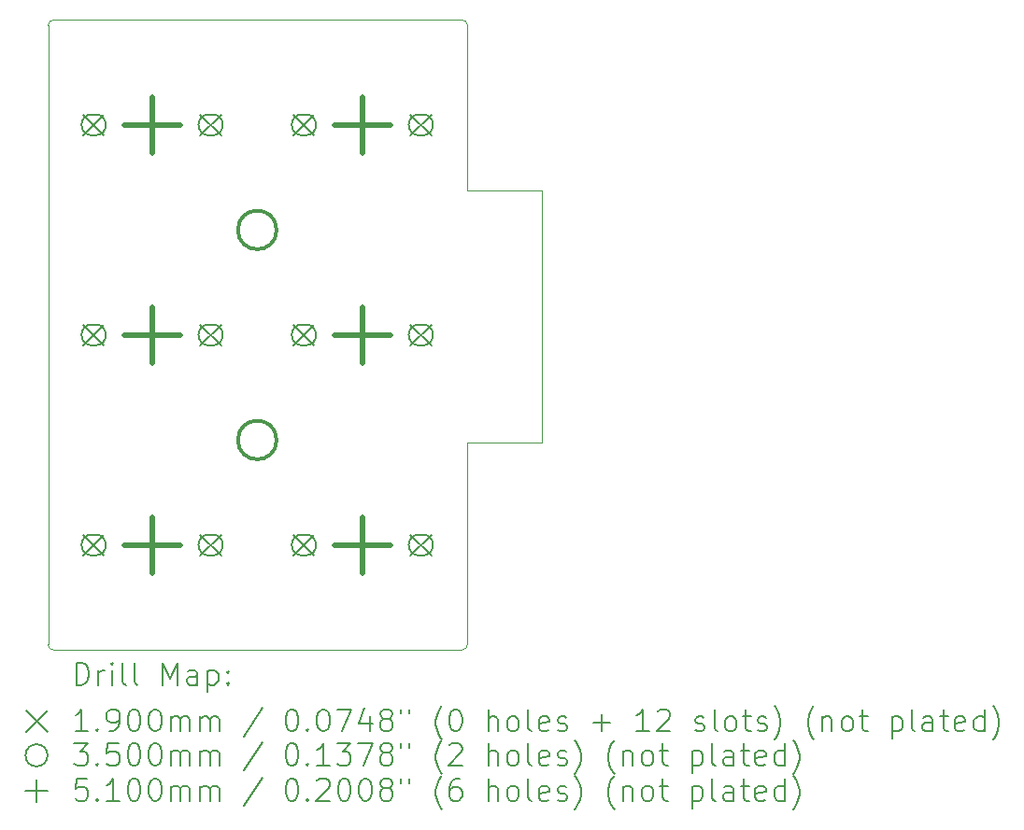
<source format=gbr>
%TF.GenerationSoftware,KiCad,Pcbnew,7.0.5*%
%TF.CreationDate,2023-08-20T01:58:47+08:00*%
%TF.ProjectId,LM,4c4d2e6b-6963-4616-945f-706362585858,rev?*%
%TF.SameCoordinates,Original*%
%TF.FileFunction,Drillmap*%
%TF.FilePolarity,Positive*%
%FSLAX45Y45*%
G04 Gerber Fmt 4.5, Leading zero omitted, Abs format (unit mm)*
G04 Created by KiCad (PCBNEW 7.0.5) date 2023-08-20 01:58:47*
%MOMM*%
%LPD*%
G01*
G04 APERTURE LIST*
%ADD10C,0.100000*%
%ADD11C,0.200000*%
%ADD12C,0.190000*%
%ADD13C,0.350000*%
%ADD14C,0.510000*%
G04 APERTURE END LIST*
D10*
X7957000Y-7487000D02*
X7284500Y-7487000D01*
X7284500Y-3706500D02*
G75*
G03*
X7234500Y-3656500I-50000J0D01*
G01*
X3484500Y-9321500D02*
X3484500Y-3706500D01*
X7234500Y-3656500D02*
X3534500Y-3656500D01*
X7957000Y-5201000D02*
X7957000Y-7487000D01*
X3484500Y-9321500D02*
G75*
G03*
X3534500Y-9371500I50000J0D01*
G01*
X7234500Y-9371500D02*
X3534500Y-9371500D01*
X7234500Y-9371500D02*
G75*
G03*
X7284500Y-9321500I0J50000D01*
G01*
X7284500Y-7487000D02*
X7284500Y-9321500D01*
X7284500Y-5201000D02*
X7284500Y-3706500D01*
X7957000Y-5201000D02*
X7284500Y-5201000D01*
X3534500Y-3656500D02*
G75*
G03*
X3484500Y-3706500I0J-50000D01*
G01*
D11*
D12*
X3802000Y-4514000D02*
X3992000Y-4704000D01*
X3992000Y-4514000D02*
X3802000Y-4704000D01*
D11*
X3882000Y-4704000D02*
X3912000Y-4704000D01*
X3912000Y-4704000D02*
G75*
G03*
X3912000Y-4514000I0J95000D01*
G01*
X3912000Y-4514000D02*
X3882000Y-4514000D01*
X3882000Y-4514000D02*
G75*
G03*
X3882000Y-4704000I0J-95000D01*
G01*
D12*
X3802000Y-6419000D02*
X3992000Y-6609000D01*
X3992000Y-6419000D02*
X3802000Y-6609000D01*
D11*
X3882000Y-6609000D02*
X3912000Y-6609000D01*
X3912000Y-6609000D02*
G75*
G03*
X3912000Y-6419000I0J95000D01*
G01*
X3912000Y-6419000D02*
X3882000Y-6419000D01*
X3882000Y-6419000D02*
G75*
G03*
X3882000Y-6609000I0J-95000D01*
G01*
D12*
X3802000Y-8324000D02*
X3992000Y-8514000D01*
X3992000Y-8324000D02*
X3802000Y-8514000D01*
D11*
X3882000Y-8514000D02*
X3912000Y-8514000D01*
X3912000Y-8514000D02*
G75*
G03*
X3912000Y-8324000I0J95000D01*
G01*
X3912000Y-8324000D02*
X3882000Y-8324000D01*
X3882000Y-8324000D02*
G75*
G03*
X3882000Y-8514000I0J-95000D01*
G01*
D12*
X4862000Y-4514000D02*
X5052000Y-4704000D01*
X5052000Y-4514000D02*
X4862000Y-4704000D01*
D11*
X4942000Y-4704000D02*
X4972000Y-4704000D01*
X4972000Y-4704000D02*
G75*
G03*
X4972000Y-4514000I0J95000D01*
G01*
X4972000Y-4514000D02*
X4942000Y-4514000D01*
X4942000Y-4514000D02*
G75*
G03*
X4942000Y-4704000I0J-95000D01*
G01*
D12*
X4862000Y-6419000D02*
X5052000Y-6609000D01*
X5052000Y-6419000D02*
X4862000Y-6609000D01*
D11*
X4942000Y-6609000D02*
X4972000Y-6609000D01*
X4972000Y-6609000D02*
G75*
G03*
X4972000Y-6419000I0J95000D01*
G01*
X4972000Y-6419000D02*
X4942000Y-6419000D01*
X4942000Y-6419000D02*
G75*
G03*
X4942000Y-6609000I0J-95000D01*
G01*
D12*
X4862000Y-8324000D02*
X5052000Y-8514000D01*
X5052000Y-8324000D02*
X4862000Y-8514000D01*
D11*
X4942000Y-8514000D02*
X4972000Y-8514000D01*
X4972000Y-8514000D02*
G75*
G03*
X4972000Y-8324000I0J95000D01*
G01*
X4972000Y-8324000D02*
X4942000Y-8324000D01*
X4942000Y-8324000D02*
G75*
G03*
X4942000Y-8514000I0J-95000D01*
G01*
D12*
X5707000Y-4514000D02*
X5897000Y-4704000D01*
X5897000Y-4514000D02*
X5707000Y-4704000D01*
D11*
X5787000Y-4704000D02*
X5817000Y-4704000D01*
X5817000Y-4704000D02*
G75*
G03*
X5817000Y-4514000I0J95000D01*
G01*
X5817000Y-4514000D02*
X5787000Y-4514000D01*
X5787000Y-4514000D02*
G75*
G03*
X5787000Y-4704000I0J-95000D01*
G01*
D12*
X5707000Y-6419000D02*
X5897000Y-6609000D01*
X5897000Y-6419000D02*
X5707000Y-6609000D01*
D11*
X5787000Y-6609000D02*
X5817000Y-6609000D01*
X5817000Y-6609000D02*
G75*
G03*
X5817000Y-6419000I0J95000D01*
G01*
X5817000Y-6419000D02*
X5787000Y-6419000D01*
X5787000Y-6419000D02*
G75*
G03*
X5787000Y-6609000I0J-95000D01*
G01*
D12*
X5707000Y-8324000D02*
X5897000Y-8514000D01*
X5897000Y-8324000D02*
X5707000Y-8514000D01*
D11*
X5787000Y-8514000D02*
X5817000Y-8514000D01*
X5817000Y-8514000D02*
G75*
G03*
X5817000Y-8324000I0J95000D01*
G01*
X5817000Y-8324000D02*
X5787000Y-8324000D01*
X5787000Y-8324000D02*
G75*
G03*
X5787000Y-8514000I0J-95000D01*
G01*
D12*
X6767000Y-4514000D02*
X6957000Y-4704000D01*
X6957000Y-4514000D02*
X6767000Y-4704000D01*
D11*
X6847000Y-4704000D02*
X6877000Y-4704000D01*
X6877000Y-4704000D02*
G75*
G03*
X6877000Y-4514000I0J95000D01*
G01*
X6877000Y-4514000D02*
X6847000Y-4514000D01*
X6847000Y-4514000D02*
G75*
G03*
X6847000Y-4704000I0J-95000D01*
G01*
D12*
X6767000Y-6419000D02*
X6957000Y-6609000D01*
X6957000Y-6419000D02*
X6767000Y-6609000D01*
D11*
X6847000Y-6609000D02*
X6877000Y-6609000D01*
X6877000Y-6609000D02*
G75*
G03*
X6877000Y-6419000I0J95000D01*
G01*
X6877000Y-6419000D02*
X6847000Y-6419000D01*
X6847000Y-6419000D02*
G75*
G03*
X6847000Y-6609000I0J-95000D01*
G01*
D12*
X6767000Y-8324000D02*
X6957000Y-8514000D01*
X6957000Y-8324000D02*
X6767000Y-8514000D01*
D11*
X6847000Y-8514000D02*
X6877000Y-8514000D01*
X6877000Y-8514000D02*
G75*
G03*
X6877000Y-8324000I0J95000D01*
G01*
X6877000Y-8324000D02*
X6847000Y-8324000D01*
X6847000Y-8324000D02*
G75*
G03*
X6847000Y-8514000I0J-95000D01*
G01*
D13*
X5554500Y-5561500D02*
G75*
G03*
X5554500Y-5561500I-175000J0D01*
G01*
X5554500Y-7466500D02*
G75*
G03*
X5554500Y-7466500I-175000J0D01*
G01*
D14*
X4427000Y-4354000D02*
X4427000Y-4864000D01*
X4172000Y-4609000D02*
X4682000Y-4609000D01*
X4427000Y-6259000D02*
X4427000Y-6769000D01*
X4172000Y-6514000D02*
X4682000Y-6514000D01*
X4427000Y-8164000D02*
X4427000Y-8674000D01*
X4172000Y-8419000D02*
X4682000Y-8419000D01*
X6332000Y-4354000D02*
X6332000Y-4864000D01*
X6077000Y-4609000D02*
X6587000Y-4609000D01*
X6332000Y-6259000D02*
X6332000Y-6769000D01*
X6077000Y-6514000D02*
X6587000Y-6514000D01*
X6332000Y-8164000D02*
X6332000Y-8674000D01*
X6077000Y-8419000D02*
X6587000Y-8419000D01*
D11*
X3740277Y-9687984D02*
X3740277Y-9487984D01*
X3740277Y-9487984D02*
X3787896Y-9487984D01*
X3787896Y-9487984D02*
X3816467Y-9497508D01*
X3816467Y-9497508D02*
X3835515Y-9516555D01*
X3835515Y-9516555D02*
X3845039Y-9535603D01*
X3845039Y-9535603D02*
X3854562Y-9573698D01*
X3854562Y-9573698D02*
X3854562Y-9602270D01*
X3854562Y-9602270D02*
X3845039Y-9640365D01*
X3845039Y-9640365D02*
X3835515Y-9659412D01*
X3835515Y-9659412D02*
X3816467Y-9678460D01*
X3816467Y-9678460D02*
X3787896Y-9687984D01*
X3787896Y-9687984D02*
X3740277Y-9687984D01*
X3940277Y-9687984D02*
X3940277Y-9554650D01*
X3940277Y-9592746D02*
X3949801Y-9573698D01*
X3949801Y-9573698D02*
X3959324Y-9564174D01*
X3959324Y-9564174D02*
X3978372Y-9554650D01*
X3978372Y-9554650D02*
X3997420Y-9554650D01*
X4064086Y-9687984D02*
X4064086Y-9554650D01*
X4064086Y-9487984D02*
X4054562Y-9497508D01*
X4054562Y-9497508D02*
X4064086Y-9507031D01*
X4064086Y-9507031D02*
X4073610Y-9497508D01*
X4073610Y-9497508D02*
X4064086Y-9487984D01*
X4064086Y-9487984D02*
X4064086Y-9507031D01*
X4187896Y-9687984D02*
X4168848Y-9678460D01*
X4168848Y-9678460D02*
X4159324Y-9659412D01*
X4159324Y-9659412D02*
X4159324Y-9487984D01*
X4292658Y-9687984D02*
X4273610Y-9678460D01*
X4273610Y-9678460D02*
X4264086Y-9659412D01*
X4264086Y-9659412D02*
X4264086Y-9487984D01*
X4521229Y-9687984D02*
X4521229Y-9487984D01*
X4521229Y-9487984D02*
X4587896Y-9630841D01*
X4587896Y-9630841D02*
X4654563Y-9487984D01*
X4654563Y-9487984D02*
X4654563Y-9687984D01*
X4835515Y-9687984D02*
X4835515Y-9583222D01*
X4835515Y-9583222D02*
X4825991Y-9564174D01*
X4825991Y-9564174D02*
X4806944Y-9554650D01*
X4806944Y-9554650D02*
X4768848Y-9554650D01*
X4768848Y-9554650D02*
X4749801Y-9564174D01*
X4835515Y-9678460D02*
X4816467Y-9687984D01*
X4816467Y-9687984D02*
X4768848Y-9687984D01*
X4768848Y-9687984D02*
X4749801Y-9678460D01*
X4749801Y-9678460D02*
X4740277Y-9659412D01*
X4740277Y-9659412D02*
X4740277Y-9640365D01*
X4740277Y-9640365D02*
X4749801Y-9621317D01*
X4749801Y-9621317D02*
X4768848Y-9611793D01*
X4768848Y-9611793D02*
X4816467Y-9611793D01*
X4816467Y-9611793D02*
X4835515Y-9602270D01*
X4930753Y-9554650D02*
X4930753Y-9754650D01*
X4930753Y-9564174D02*
X4949801Y-9554650D01*
X4949801Y-9554650D02*
X4987896Y-9554650D01*
X4987896Y-9554650D02*
X5006944Y-9564174D01*
X5006944Y-9564174D02*
X5016467Y-9573698D01*
X5016467Y-9573698D02*
X5025991Y-9592746D01*
X5025991Y-9592746D02*
X5025991Y-9649889D01*
X5025991Y-9649889D02*
X5016467Y-9668936D01*
X5016467Y-9668936D02*
X5006944Y-9678460D01*
X5006944Y-9678460D02*
X4987896Y-9687984D01*
X4987896Y-9687984D02*
X4949801Y-9687984D01*
X4949801Y-9687984D02*
X4930753Y-9678460D01*
X5111705Y-9668936D02*
X5121229Y-9678460D01*
X5121229Y-9678460D02*
X5111705Y-9687984D01*
X5111705Y-9687984D02*
X5102182Y-9678460D01*
X5102182Y-9678460D02*
X5111705Y-9668936D01*
X5111705Y-9668936D02*
X5111705Y-9687984D01*
X5111705Y-9564174D02*
X5121229Y-9573698D01*
X5121229Y-9573698D02*
X5111705Y-9583222D01*
X5111705Y-9583222D02*
X5102182Y-9573698D01*
X5102182Y-9573698D02*
X5111705Y-9564174D01*
X5111705Y-9564174D02*
X5111705Y-9583222D01*
D12*
X3289500Y-9921500D02*
X3479500Y-10111500D01*
X3479500Y-9921500D02*
X3289500Y-10111500D01*
D11*
X3845039Y-10107984D02*
X3730753Y-10107984D01*
X3787896Y-10107984D02*
X3787896Y-9907984D01*
X3787896Y-9907984D02*
X3768848Y-9936555D01*
X3768848Y-9936555D02*
X3749801Y-9955603D01*
X3749801Y-9955603D02*
X3730753Y-9965127D01*
X3930753Y-10088936D02*
X3940277Y-10098460D01*
X3940277Y-10098460D02*
X3930753Y-10107984D01*
X3930753Y-10107984D02*
X3921229Y-10098460D01*
X3921229Y-10098460D02*
X3930753Y-10088936D01*
X3930753Y-10088936D02*
X3930753Y-10107984D01*
X4035515Y-10107984D02*
X4073610Y-10107984D01*
X4073610Y-10107984D02*
X4092658Y-10098460D01*
X4092658Y-10098460D02*
X4102182Y-10088936D01*
X4102182Y-10088936D02*
X4121229Y-10060365D01*
X4121229Y-10060365D02*
X4130753Y-10022270D01*
X4130753Y-10022270D02*
X4130753Y-9946079D01*
X4130753Y-9946079D02*
X4121229Y-9927031D01*
X4121229Y-9927031D02*
X4111705Y-9917508D01*
X4111705Y-9917508D02*
X4092658Y-9907984D01*
X4092658Y-9907984D02*
X4054562Y-9907984D01*
X4054562Y-9907984D02*
X4035515Y-9917508D01*
X4035515Y-9917508D02*
X4025991Y-9927031D01*
X4025991Y-9927031D02*
X4016467Y-9946079D01*
X4016467Y-9946079D02*
X4016467Y-9993698D01*
X4016467Y-9993698D02*
X4025991Y-10012746D01*
X4025991Y-10012746D02*
X4035515Y-10022270D01*
X4035515Y-10022270D02*
X4054562Y-10031793D01*
X4054562Y-10031793D02*
X4092658Y-10031793D01*
X4092658Y-10031793D02*
X4111705Y-10022270D01*
X4111705Y-10022270D02*
X4121229Y-10012746D01*
X4121229Y-10012746D02*
X4130753Y-9993698D01*
X4254563Y-9907984D02*
X4273610Y-9907984D01*
X4273610Y-9907984D02*
X4292658Y-9917508D01*
X4292658Y-9917508D02*
X4302182Y-9927031D01*
X4302182Y-9927031D02*
X4311705Y-9946079D01*
X4311705Y-9946079D02*
X4321229Y-9984174D01*
X4321229Y-9984174D02*
X4321229Y-10031793D01*
X4321229Y-10031793D02*
X4311705Y-10069889D01*
X4311705Y-10069889D02*
X4302182Y-10088936D01*
X4302182Y-10088936D02*
X4292658Y-10098460D01*
X4292658Y-10098460D02*
X4273610Y-10107984D01*
X4273610Y-10107984D02*
X4254563Y-10107984D01*
X4254563Y-10107984D02*
X4235515Y-10098460D01*
X4235515Y-10098460D02*
X4225991Y-10088936D01*
X4225991Y-10088936D02*
X4216467Y-10069889D01*
X4216467Y-10069889D02*
X4206944Y-10031793D01*
X4206944Y-10031793D02*
X4206944Y-9984174D01*
X4206944Y-9984174D02*
X4216467Y-9946079D01*
X4216467Y-9946079D02*
X4225991Y-9927031D01*
X4225991Y-9927031D02*
X4235515Y-9917508D01*
X4235515Y-9917508D02*
X4254563Y-9907984D01*
X4445039Y-9907984D02*
X4464086Y-9907984D01*
X4464086Y-9907984D02*
X4483134Y-9917508D01*
X4483134Y-9917508D02*
X4492658Y-9927031D01*
X4492658Y-9927031D02*
X4502182Y-9946079D01*
X4502182Y-9946079D02*
X4511705Y-9984174D01*
X4511705Y-9984174D02*
X4511705Y-10031793D01*
X4511705Y-10031793D02*
X4502182Y-10069889D01*
X4502182Y-10069889D02*
X4492658Y-10088936D01*
X4492658Y-10088936D02*
X4483134Y-10098460D01*
X4483134Y-10098460D02*
X4464086Y-10107984D01*
X4464086Y-10107984D02*
X4445039Y-10107984D01*
X4445039Y-10107984D02*
X4425991Y-10098460D01*
X4425991Y-10098460D02*
X4416467Y-10088936D01*
X4416467Y-10088936D02*
X4406944Y-10069889D01*
X4406944Y-10069889D02*
X4397420Y-10031793D01*
X4397420Y-10031793D02*
X4397420Y-9984174D01*
X4397420Y-9984174D02*
X4406944Y-9946079D01*
X4406944Y-9946079D02*
X4416467Y-9927031D01*
X4416467Y-9927031D02*
X4425991Y-9917508D01*
X4425991Y-9917508D02*
X4445039Y-9907984D01*
X4597420Y-10107984D02*
X4597420Y-9974650D01*
X4597420Y-9993698D02*
X4606944Y-9984174D01*
X4606944Y-9984174D02*
X4625991Y-9974650D01*
X4625991Y-9974650D02*
X4654563Y-9974650D01*
X4654563Y-9974650D02*
X4673610Y-9984174D01*
X4673610Y-9984174D02*
X4683134Y-10003222D01*
X4683134Y-10003222D02*
X4683134Y-10107984D01*
X4683134Y-10003222D02*
X4692658Y-9984174D01*
X4692658Y-9984174D02*
X4711705Y-9974650D01*
X4711705Y-9974650D02*
X4740277Y-9974650D01*
X4740277Y-9974650D02*
X4759325Y-9984174D01*
X4759325Y-9984174D02*
X4768848Y-10003222D01*
X4768848Y-10003222D02*
X4768848Y-10107984D01*
X4864086Y-10107984D02*
X4864086Y-9974650D01*
X4864086Y-9993698D02*
X4873610Y-9984174D01*
X4873610Y-9984174D02*
X4892658Y-9974650D01*
X4892658Y-9974650D02*
X4921229Y-9974650D01*
X4921229Y-9974650D02*
X4940277Y-9984174D01*
X4940277Y-9984174D02*
X4949801Y-10003222D01*
X4949801Y-10003222D02*
X4949801Y-10107984D01*
X4949801Y-10003222D02*
X4959325Y-9984174D01*
X4959325Y-9984174D02*
X4978372Y-9974650D01*
X4978372Y-9974650D02*
X5006944Y-9974650D01*
X5006944Y-9974650D02*
X5025991Y-9984174D01*
X5025991Y-9984174D02*
X5035515Y-10003222D01*
X5035515Y-10003222D02*
X5035515Y-10107984D01*
X5425991Y-9898460D02*
X5254563Y-10155603D01*
X5683134Y-9907984D02*
X5702182Y-9907984D01*
X5702182Y-9907984D02*
X5721229Y-9917508D01*
X5721229Y-9917508D02*
X5730753Y-9927031D01*
X5730753Y-9927031D02*
X5740277Y-9946079D01*
X5740277Y-9946079D02*
X5749801Y-9984174D01*
X5749801Y-9984174D02*
X5749801Y-10031793D01*
X5749801Y-10031793D02*
X5740277Y-10069889D01*
X5740277Y-10069889D02*
X5730753Y-10088936D01*
X5730753Y-10088936D02*
X5721229Y-10098460D01*
X5721229Y-10098460D02*
X5702182Y-10107984D01*
X5702182Y-10107984D02*
X5683134Y-10107984D01*
X5683134Y-10107984D02*
X5664086Y-10098460D01*
X5664086Y-10098460D02*
X5654563Y-10088936D01*
X5654563Y-10088936D02*
X5645039Y-10069889D01*
X5645039Y-10069889D02*
X5635515Y-10031793D01*
X5635515Y-10031793D02*
X5635515Y-9984174D01*
X5635515Y-9984174D02*
X5645039Y-9946079D01*
X5645039Y-9946079D02*
X5654563Y-9927031D01*
X5654563Y-9927031D02*
X5664086Y-9917508D01*
X5664086Y-9917508D02*
X5683134Y-9907984D01*
X5835515Y-10088936D02*
X5845039Y-10098460D01*
X5845039Y-10098460D02*
X5835515Y-10107984D01*
X5835515Y-10107984D02*
X5825991Y-10098460D01*
X5825991Y-10098460D02*
X5835515Y-10088936D01*
X5835515Y-10088936D02*
X5835515Y-10107984D01*
X5968848Y-9907984D02*
X5987896Y-9907984D01*
X5987896Y-9907984D02*
X6006944Y-9917508D01*
X6006944Y-9917508D02*
X6016467Y-9927031D01*
X6016467Y-9927031D02*
X6025991Y-9946079D01*
X6025991Y-9946079D02*
X6035515Y-9984174D01*
X6035515Y-9984174D02*
X6035515Y-10031793D01*
X6035515Y-10031793D02*
X6025991Y-10069889D01*
X6025991Y-10069889D02*
X6016467Y-10088936D01*
X6016467Y-10088936D02*
X6006944Y-10098460D01*
X6006944Y-10098460D02*
X5987896Y-10107984D01*
X5987896Y-10107984D02*
X5968848Y-10107984D01*
X5968848Y-10107984D02*
X5949801Y-10098460D01*
X5949801Y-10098460D02*
X5940277Y-10088936D01*
X5940277Y-10088936D02*
X5930753Y-10069889D01*
X5930753Y-10069889D02*
X5921229Y-10031793D01*
X5921229Y-10031793D02*
X5921229Y-9984174D01*
X5921229Y-9984174D02*
X5930753Y-9946079D01*
X5930753Y-9946079D02*
X5940277Y-9927031D01*
X5940277Y-9927031D02*
X5949801Y-9917508D01*
X5949801Y-9917508D02*
X5968848Y-9907984D01*
X6102182Y-9907984D02*
X6235515Y-9907984D01*
X6235515Y-9907984D02*
X6149801Y-10107984D01*
X6397420Y-9974650D02*
X6397420Y-10107984D01*
X6349801Y-9898460D02*
X6302182Y-10041317D01*
X6302182Y-10041317D02*
X6425991Y-10041317D01*
X6530753Y-9993698D02*
X6511706Y-9984174D01*
X6511706Y-9984174D02*
X6502182Y-9974650D01*
X6502182Y-9974650D02*
X6492658Y-9955603D01*
X6492658Y-9955603D02*
X6492658Y-9946079D01*
X6492658Y-9946079D02*
X6502182Y-9927031D01*
X6502182Y-9927031D02*
X6511706Y-9917508D01*
X6511706Y-9917508D02*
X6530753Y-9907984D01*
X6530753Y-9907984D02*
X6568848Y-9907984D01*
X6568848Y-9907984D02*
X6587896Y-9917508D01*
X6587896Y-9917508D02*
X6597420Y-9927031D01*
X6597420Y-9927031D02*
X6606944Y-9946079D01*
X6606944Y-9946079D02*
X6606944Y-9955603D01*
X6606944Y-9955603D02*
X6597420Y-9974650D01*
X6597420Y-9974650D02*
X6587896Y-9984174D01*
X6587896Y-9984174D02*
X6568848Y-9993698D01*
X6568848Y-9993698D02*
X6530753Y-9993698D01*
X6530753Y-9993698D02*
X6511706Y-10003222D01*
X6511706Y-10003222D02*
X6502182Y-10012746D01*
X6502182Y-10012746D02*
X6492658Y-10031793D01*
X6492658Y-10031793D02*
X6492658Y-10069889D01*
X6492658Y-10069889D02*
X6502182Y-10088936D01*
X6502182Y-10088936D02*
X6511706Y-10098460D01*
X6511706Y-10098460D02*
X6530753Y-10107984D01*
X6530753Y-10107984D02*
X6568848Y-10107984D01*
X6568848Y-10107984D02*
X6587896Y-10098460D01*
X6587896Y-10098460D02*
X6597420Y-10088936D01*
X6597420Y-10088936D02*
X6606944Y-10069889D01*
X6606944Y-10069889D02*
X6606944Y-10031793D01*
X6606944Y-10031793D02*
X6597420Y-10012746D01*
X6597420Y-10012746D02*
X6587896Y-10003222D01*
X6587896Y-10003222D02*
X6568848Y-9993698D01*
X6683134Y-9907984D02*
X6683134Y-9946079D01*
X6759325Y-9907984D02*
X6759325Y-9946079D01*
X7054563Y-10184174D02*
X7045039Y-10174650D01*
X7045039Y-10174650D02*
X7025991Y-10146079D01*
X7025991Y-10146079D02*
X7016468Y-10127031D01*
X7016468Y-10127031D02*
X7006944Y-10098460D01*
X7006944Y-10098460D02*
X6997420Y-10050841D01*
X6997420Y-10050841D02*
X6997420Y-10012746D01*
X6997420Y-10012746D02*
X7006944Y-9965127D01*
X7006944Y-9965127D02*
X7016468Y-9936555D01*
X7016468Y-9936555D02*
X7025991Y-9917508D01*
X7025991Y-9917508D02*
X7045039Y-9888936D01*
X7045039Y-9888936D02*
X7054563Y-9879412D01*
X7168848Y-9907984D02*
X7187896Y-9907984D01*
X7187896Y-9907984D02*
X7206944Y-9917508D01*
X7206944Y-9917508D02*
X7216468Y-9927031D01*
X7216468Y-9927031D02*
X7225991Y-9946079D01*
X7225991Y-9946079D02*
X7235515Y-9984174D01*
X7235515Y-9984174D02*
X7235515Y-10031793D01*
X7235515Y-10031793D02*
X7225991Y-10069889D01*
X7225991Y-10069889D02*
X7216468Y-10088936D01*
X7216468Y-10088936D02*
X7206944Y-10098460D01*
X7206944Y-10098460D02*
X7187896Y-10107984D01*
X7187896Y-10107984D02*
X7168848Y-10107984D01*
X7168848Y-10107984D02*
X7149801Y-10098460D01*
X7149801Y-10098460D02*
X7140277Y-10088936D01*
X7140277Y-10088936D02*
X7130753Y-10069889D01*
X7130753Y-10069889D02*
X7121229Y-10031793D01*
X7121229Y-10031793D02*
X7121229Y-9984174D01*
X7121229Y-9984174D02*
X7130753Y-9946079D01*
X7130753Y-9946079D02*
X7140277Y-9927031D01*
X7140277Y-9927031D02*
X7149801Y-9917508D01*
X7149801Y-9917508D02*
X7168848Y-9907984D01*
X7473610Y-10107984D02*
X7473610Y-9907984D01*
X7559325Y-10107984D02*
X7559325Y-10003222D01*
X7559325Y-10003222D02*
X7549801Y-9984174D01*
X7549801Y-9984174D02*
X7530753Y-9974650D01*
X7530753Y-9974650D02*
X7502182Y-9974650D01*
X7502182Y-9974650D02*
X7483134Y-9984174D01*
X7483134Y-9984174D02*
X7473610Y-9993698D01*
X7683134Y-10107984D02*
X7664087Y-10098460D01*
X7664087Y-10098460D02*
X7654563Y-10088936D01*
X7654563Y-10088936D02*
X7645039Y-10069889D01*
X7645039Y-10069889D02*
X7645039Y-10012746D01*
X7645039Y-10012746D02*
X7654563Y-9993698D01*
X7654563Y-9993698D02*
X7664087Y-9984174D01*
X7664087Y-9984174D02*
X7683134Y-9974650D01*
X7683134Y-9974650D02*
X7711706Y-9974650D01*
X7711706Y-9974650D02*
X7730753Y-9984174D01*
X7730753Y-9984174D02*
X7740277Y-9993698D01*
X7740277Y-9993698D02*
X7749801Y-10012746D01*
X7749801Y-10012746D02*
X7749801Y-10069889D01*
X7749801Y-10069889D02*
X7740277Y-10088936D01*
X7740277Y-10088936D02*
X7730753Y-10098460D01*
X7730753Y-10098460D02*
X7711706Y-10107984D01*
X7711706Y-10107984D02*
X7683134Y-10107984D01*
X7864087Y-10107984D02*
X7845039Y-10098460D01*
X7845039Y-10098460D02*
X7835515Y-10079412D01*
X7835515Y-10079412D02*
X7835515Y-9907984D01*
X8016468Y-10098460D02*
X7997420Y-10107984D01*
X7997420Y-10107984D02*
X7959325Y-10107984D01*
X7959325Y-10107984D02*
X7940277Y-10098460D01*
X7940277Y-10098460D02*
X7930753Y-10079412D01*
X7930753Y-10079412D02*
X7930753Y-10003222D01*
X7930753Y-10003222D02*
X7940277Y-9984174D01*
X7940277Y-9984174D02*
X7959325Y-9974650D01*
X7959325Y-9974650D02*
X7997420Y-9974650D01*
X7997420Y-9974650D02*
X8016468Y-9984174D01*
X8016468Y-9984174D02*
X8025991Y-10003222D01*
X8025991Y-10003222D02*
X8025991Y-10022270D01*
X8025991Y-10022270D02*
X7930753Y-10041317D01*
X8102182Y-10098460D02*
X8121230Y-10107984D01*
X8121230Y-10107984D02*
X8159325Y-10107984D01*
X8159325Y-10107984D02*
X8178372Y-10098460D01*
X8178372Y-10098460D02*
X8187896Y-10079412D01*
X8187896Y-10079412D02*
X8187896Y-10069889D01*
X8187896Y-10069889D02*
X8178372Y-10050841D01*
X8178372Y-10050841D02*
X8159325Y-10041317D01*
X8159325Y-10041317D02*
X8130753Y-10041317D01*
X8130753Y-10041317D02*
X8111706Y-10031793D01*
X8111706Y-10031793D02*
X8102182Y-10012746D01*
X8102182Y-10012746D02*
X8102182Y-10003222D01*
X8102182Y-10003222D02*
X8111706Y-9984174D01*
X8111706Y-9984174D02*
X8130753Y-9974650D01*
X8130753Y-9974650D02*
X8159325Y-9974650D01*
X8159325Y-9974650D02*
X8178372Y-9984174D01*
X8425992Y-10031793D02*
X8578373Y-10031793D01*
X8502182Y-10107984D02*
X8502182Y-9955603D01*
X8930754Y-10107984D02*
X8816468Y-10107984D01*
X8873611Y-10107984D02*
X8873611Y-9907984D01*
X8873611Y-9907984D02*
X8854563Y-9936555D01*
X8854563Y-9936555D02*
X8835515Y-9955603D01*
X8835515Y-9955603D02*
X8816468Y-9965127D01*
X9006944Y-9927031D02*
X9016468Y-9917508D01*
X9016468Y-9917508D02*
X9035515Y-9907984D01*
X9035515Y-9907984D02*
X9083135Y-9907984D01*
X9083135Y-9907984D02*
X9102182Y-9917508D01*
X9102182Y-9917508D02*
X9111706Y-9927031D01*
X9111706Y-9927031D02*
X9121230Y-9946079D01*
X9121230Y-9946079D02*
X9121230Y-9965127D01*
X9121230Y-9965127D02*
X9111706Y-9993698D01*
X9111706Y-9993698D02*
X8997420Y-10107984D01*
X8997420Y-10107984D02*
X9121230Y-10107984D01*
X9349801Y-10098460D02*
X9368849Y-10107984D01*
X9368849Y-10107984D02*
X9406944Y-10107984D01*
X9406944Y-10107984D02*
X9425992Y-10098460D01*
X9425992Y-10098460D02*
X9435516Y-10079412D01*
X9435516Y-10079412D02*
X9435516Y-10069889D01*
X9435516Y-10069889D02*
X9425992Y-10050841D01*
X9425992Y-10050841D02*
X9406944Y-10041317D01*
X9406944Y-10041317D02*
X9378373Y-10041317D01*
X9378373Y-10041317D02*
X9359325Y-10031793D01*
X9359325Y-10031793D02*
X9349801Y-10012746D01*
X9349801Y-10012746D02*
X9349801Y-10003222D01*
X9349801Y-10003222D02*
X9359325Y-9984174D01*
X9359325Y-9984174D02*
X9378373Y-9974650D01*
X9378373Y-9974650D02*
X9406944Y-9974650D01*
X9406944Y-9974650D02*
X9425992Y-9984174D01*
X9549801Y-10107984D02*
X9530754Y-10098460D01*
X9530754Y-10098460D02*
X9521230Y-10079412D01*
X9521230Y-10079412D02*
X9521230Y-9907984D01*
X9654563Y-10107984D02*
X9635516Y-10098460D01*
X9635516Y-10098460D02*
X9625992Y-10088936D01*
X9625992Y-10088936D02*
X9616468Y-10069889D01*
X9616468Y-10069889D02*
X9616468Y-10012746D01*
X9616468Y-10012746D02*
X9625992Y-9993698D01*
X9625992Y-9993698D02*
X9635516Y-9984174D01*
X9635516Y-9984174D02*
X9654563Y-9974650D01*
X9654563Y-9974650D02*
X9683135Y-9974650D01*
X9683135Y-9974650D02*
X9702182Y-9984174D01*
X9702182Y-9984174D02*
X9711706Y-9993698D01*
X9711706Y-9993698D02*
X9721230Y-10012746D01*
X9721230Y-10012746D02*
X9721230Y-10069889D01*
X9721230Y-10069889D02*
X9711706Y-10088936D01*
X9711706Y-10088936D02*
X9702182Y-10098460D01*
X9702182Y-10098460D02*
X9683135Y-10107984D01*
X9683135Y-10107984D02*
X9654563Y-10107984D01*
X9778373Y-9974650D02*
X9854563Y-9974650D01*
X9806944Y-9907984D02*
X9806944Y-10079412D01*
X9806944Y-10079412D02*
X9816468Y-10098460D01*
X9816468Y-10098460D02*
X9835516Y-10107984D01*
X9835516Y-10107984D02*
X9854563Y-10107984D01*
X9911706Y-10098460D02*
X9930754Y-10107984D01*
X9930754Y-10107984D02*
X9968849Y-10107984D01*
X9968849Y-10107984D02*
X9987897Y-10098460D01*
X9987897Y-10098460D02*
X9997420Y-10079412D01*
X9997420Y-10079412D02*
X9997420Y-10069889D01*
X9997420Y-10069889D02*
X9987897Y-10050841D01*
X9987897Y-10050841D02*
X9968849Y-10041317D01*
X9968849Y-10041317D02*
X9940277Y-10041317D01*
X9940277Y-10041317D02*
X9921230Y-10031793D01*
X9921230Y-10031793D02*
X9911706Y-10012746D01*
X9911706Y-10012746D02*
X9911706Y-10003222D01*
X9911706Y-10003222D02*
X9921230Y-9984174D01*
X9921230Y-9984174D02*
X9940277Y-9974650D01*
X9940277Y-9974650D02*
X9968849Y-9974650D01*
X9968849Y-9974650D02*
X9987897Y-9984174D01*
X10064087Y-10184174D02*
X10073611Y-10174650D01*
X10073611Y-10174650D02*
X10092658Y-10146079D01*
X10092658Y-10146079D02*
X10102182Y-10127031D01*
X10102182Y-10127031D02*
X10111706Y-10098460D01*
X10111706Y-10098460D02*
X10121230Y-10050841D01*
X10121230Y-10050841D02*
X10121230Y-10012746D01*
X10121230Y-10012746D02*
X10111706Y-9965127D01*
X10111706Y-9965127D02*
X10102182Y-9936555D01*
X10102182Y-9936555D02*
X10092658Y-9917508D01*
X10092658Y-9917508D02*
X10073611Y-9888936D01*
X10073611Y-9888936D02*
X10064087Y-9879412D01*
X10425992Y-10184174D02*
X10416468Y-10174650D01*
X10416468Y-10174650D02*
X10397420Y-10146079D01*
X10397420Y-10146079D02*
X10387897Y-10127031D01*
X10387897Y-10127031D02*
X10378373Y-10098460D01*
X10378373Y-10098460D02*
X10368849Y-10050841D01*
X10368849Y-10050841D02*
X10368849Y-10012746D01*
X10368849Y-10012746D02*
X10378373Y-9965127D01*
X10378373Y-9965127D02*
X10387897Y-9936555D01*
X10387897Y-9936555D02*
X10397420Y-9917508D01*
X10397420Y-9917508D02*
X10416468Y-9888936D01*
X10416468Y-9888936D02*
X10425992Y-9879412D01*
X10502182Y-9974650D02*
X10502182Y-10107984D01*
X10502182Y-9993698D02*
X10511706Y-9984174D01*
X10511706Y-9984174D02*
X10530754Y-9974650D01*
X10530754Y-9974650D02*
X10559325Y-9974650D01*
X10559325Y-9974650D02*
X10578373Y-9984174D01*
X10578373Y-9984174D02*
X10587897Y-10003222D01*
X10587897Y-10003222D02*
X10587897Y-10107984D01*
X10711706Y-10107984D02*
X10692658Y-10098460D01*
X10692658Y-10098460D02*
X10683135Y-10088936D01*
X10683135Y-10088936D02*
X10673611Y-10069889D01*
X10673611Y-10069889D02*
X10673611Y-10012746D01*
X10673611Y-10012746D02*
X10683135Y-9993698D01*
X10683135Y-9993698D02*
X10692658Y-9984174D01*
X10692658Y-9984174D02*
X10711706Y-9974650D01*
X10711706Y-9974650D02*
X10740278Y-9974650D01*
X10740278Y-9974650D02*
X10759325Y-9984174D01*
X10759325Y-9984174D02*
X10768849Y-9993698D01*
X10768849Y-9993698D02*
X10778373Y-10012746D01*
X10778373Y-10012746D02*
X10778373Y-10069889D01*
X10778373Y-10069889D02*
X10768849Y-10088936D01*
X10768849Y-10088936D02*
X10759325Y-10098460D01*
X10759325Y-10098460D02*
X10740278Y-10107984D01*
X10740278Y-10107984D02*
X10711706Y-10107984D01*
X10835516Y-9974650D02*
X10911706Y-9974650D01*
X10864087Y-9907984D02*
X10864087Y-10079412D01*
X10864087Y-10079412D02*
X10873611Y-10098460D01*
X10873611Y-10098460D02*
X10892658Y-10107984D01*
X10892658Y-10107984D02*
X10911706Y-10107984D01*
X11130754Y-9974650D02*
X11130754Y-10174650D01*
X11130754Y-9984174D02*
X11149801Y-9974650D01*
X11149801Y-9974650D02*
X11187897Y-9974650D01*
X11187897Y-9974650D02*
X11206944Y-9984174D01*
X11206944Y-9984174D02*
X11216468Y-9993698D01*
X11216468Y-9993698D02*
X11225992Y-10012746D01*
X11225992Y-10012746D02*
X11225992Y-10069889D01*
X11225992Y-10069889D02*
X11216468Y-10088936D01*
X11216468Y-10088936D02*
X11206944Y-10098460D01*
X11206944Y-10098460D02*
X11187897Y-10107984D01*
X11187897Y-10107984D02*
X11149801Y-10107984D01*
X11149801Y-10107984D02*
X11130754Y-10098460D01*
X11340277Y-10107984D02*
X11321230Y-10098460D01*
X11321230Y-10098460D02*
X11311706Y-10079412D01*
X11311706Y-10079412D02*
X11311706Y-9907984D01*
X11502182Y-10107984D02*
X11502182Y-10003222D01*
X11502182Y-10003222D02*
X11492658Y-9984174D01*
X11492658Y-9984174D02*
X11473611Y-9974650D01*
X11473611Y-9974650D02*
X11435516Y-9974650D01*
X11435516Y-9974650D02*
X11416468Y-9984174D01*
X11502182Y-10098460D02*
X11483135Y-10107984D01*
X11483135Y-10107984D02*
X11435516Y-10107984D01*
X11435516Y-10107984D02*
X11416468Y-10098460D01*
X11416468Y-10098460D02*
X11406944Y-10079412D01*
X11406944Y-10079412D02*
X11406944Y-10060365D01*
X11406944Y-10060365D02*
X11416468Y-10041317D01*
X11416468Y-10041317D02*
X11435516Y-10031793D01*
X11435516Y-10031793D02*
X11483135Y-10031793D01*
X11483135Y-10031793D02*
X11502182Y-10022270D01*
X11568849Y-9974650D02*
X11645039Y-9974650D01*
X11597420Y-9907984D02*
X11597420Y-10079412D01*
X11597420Y-10079412D02*
X11606944Y-10098460D01*
X11606944Y-10098460D02*
X11625992Y-10107984D01*
X11625992Y-10107984D02*
X11645039Y-10107984D01*
X11787897Y-10098460D02*
X11768849Y-10107984D01*
X11768849Y-10107984D02*
X11730754Y-10107984D01*
X11730754Y-10107984D02*
X11711706Y-10098460D01*
X11711706Y-10098460D02*
X11702182Y-10079412D01*
X11702182Y-10079412D02*
X11702182Y-10003222D01*
X11702182Y-10003222D02*
X11711706Y-9984174D01*
X11711706Y-9984174D02*
X11730754Y-9974650D01*
X11730754Y-9974650D02*
X11768849Y-9974650D01*
X11768849Y-9974650D02*
X11787897Y-9984174D01*
X11787897Y-9984174D02*
X11797420Y-10003222D01*
X11797420Y-10003222D02*
X11797420Y-10022270D01*
X11797420Y-10022270D02*
X11702182Y-10041317D01*
X11968849Y-10107984D02*
X11968849Y-9907984D01*
X11968849Y-10098460D02*
X11949801Y-10107984D01*
X11949801Y-10107984D02*
X11911706Y-10107984D01*
X11911706Y-10107984D02*
X11892658Y-10098460D01*
X11892658Y-10098460D02*
X11883135Y-10088936D01*
X11883135Y-10088936D02*
X11873611Y-10069889D01*
X11873611Y-10069889D02*
X11873611Y-10012746D01*
X11873611Y-10012746D02*
X11883135Y-9993698D01*
X11883135Y-9993698D02*
X11892658Y-9984174D01*
X11892658Y-9984174D02*
X11911706Y-9974650D01*
X11911706Y-9974650D02*
X11949801Y-9974650D01*
X11949801Y-9974650D02*
X11968849Y-9984174D01*
X12045039Y-10184174D02*
X12054563Y-10174650D01*
X12054563Y-10174650D02*
X12073611Y-10146079D01*
X12073611Y-10146079D02*
X12083135Y-10127031D01*
X12083135Y-10127031D02*
X12092658Y-10098460D01*
X12092658Y-10098460D02*
X12102182Y-10050841D01*
X12102182Y-10050841D02*
X12102182Y-10012746D01*
X12102182Y-10012746D02*
X12092658Y-9965127D01*
X12092658Y-9965127D02*
X12083135Y-9936555D01*
X12083135Y-9936555D02*
X12073611Y-9917508D01*
X12073611Y-9917508D02*
X12054563Y-9888936D01*
X12054563Y-9888936D02*
X12045039Y-9879412D01*
X3479500Y-10326500D02*
G75*
G03*
X3479500Y-10326500I-100000J0D01*
G01*
X3721229Y-10217984D02*
X3845039Y-10217984D01*
X3845039Y-10217984D02*
X3778372Y-10294174D01*
X3778372Y-10294174D02*
X3806943Y-10294174D01*
X3806943Y-10294174D02*
X3825991Y-10303698D01*
X3825991Y-10303698D02*
X3835515Y-10313222D01*
X3835515Y-10313222D02*
X3845039Y-10332270D01*
X3845039Y-10332270D02*
X3845039Y-10379889D01*
X3845039Y-10379889D02*
X3835515Y-10398936D01*
X3835515Y-10398936D02*
X3825991Y-10408460D01*
X3825991Y-10408460D02*
X3806943Y-10417984D01*
X3806943Y-10417984D02*
X3749801Y-10417984D01*
X3749801Y-10417984D02*
X3730753Y-10408460D01*
X3730753Y-10408460D02*
X3721229Y-10398936D01*
X3930753Y-10398936D02*
X3940277Y-10408460D01*
X3940277Y-10408460D02*
X3930753Y-10417984D01*
X3930753Y-10417984D02*
X3921229Y-10408460D01*
X3921229Y-10408460D02*
X3930753Y-10398936D01*
X3930753Y-10398936D02*
X3930753Y-10417984D01*
X4121229Y-10217984D02*
X4025991Y-10217984D01*
X4025991Y-10217984D02*
X4016467Y-10313222D01*
X4016467Y-10313222D02*
X4025991Y-10303698D01*
X4025991Y-10303698D02*
X4045039Y-10294174D01*
X4045039Y-10294174D02*
X4092658Y-10294174D01*
X4092658Y-10294174D02*
X4111705Y-10303698D01*
X4111705Y-10303698D02*
X4121229Y-10313222D01*
X4121229Y-10313222D02*
X4130753Y-10332270D01*
X4130753Y-10332270D02*
X4130753Y-10379889D01*
X4130753Y-10379889D02*
X4121229Y-10398936D01*
X4121229Y-10398936D02*
X4111705Y-10408460D01*
X4111705Y-10408460D02*
X4092658Y-10417984D01*
X4092658Y-10417984D02*
X4045039Y-10417984D01*
X4045039Y-10417984D02*
X4025991Y-10408460D01*
X4025991Y-10408460D02*
X4016467Y-10398936D01*
X4254563Y-10217984D02*
X4273610Y-10217984D01*
X4273610Y-10217984D02*
X4292658Y-10227508D01*
X4292658Y-10227508D02*
X4302182Y-10237031D01*
X4302182Y-10237031D02*
X4311705Y-10256079D01*
X4311705Y-10256079D02*
X4321229Y-10294174D01*
X4321229Y-10294174D02*
X4321229Y-10341793D01*
X4321229Y-10341793D02*
X4311705Y-10379889D01*
X4311705Y-10379889D02*
X4302182Y-10398936D01*
X4302182Y-10398936D02*
X4292658Y-10408460D01*
X4292658Y-10408460D02*
X4273610Y-10417984D01*
X4273610Y-10417984D02*
X4254563Y-10417984D01*
X4254563Y-10417984D02*
X4235515Y-10408460D01*
X4235515Y-10408460D02*
X4225991Y-10398936D01*
X4225991Y-10398936D02*
X4216467Y-10379889D01*
X4216467Y-10379889D02*
X4206944Y-10341793D01*
X4206944Y-10341793D02*
X4206944Y-10294174D01*
X4206944Y-10294174D02*
X4216467Y-10256079D01*
X4216467Y-10256079D02*
X4225991Y-10237031D01*
X4225991Y-10237031D02*
X4235515Y-10227508D01*
X4235515Y-10227508D02*
X4254563Y-10217984D01*
X4445039Y-10217984D02*
X4464086Y-10217984D01*
X4464086Y-10217984D02*
X4483134Y-10227508D01*
X4483134Y-10227508D02*
X4492658Y-10237031D01*
X4492658Y-10237031D02*
X4502182Y-10256079D01*
X4502182Y-10256079D02*
X4511705Y-10294174D01*
X4511705Y-10294174D02*
X4511705Y-10341793D01*
X4511705Y-10341793D02*
X4502182Y-10379889D01*
X4502182Y-10379889D02*
X4492658Y-10398936D01*
X4492658Y-10398936D02*
X4483134Y-10408460D01*
X4483134Y-10408460D02*
X4464086Y-10417984D01*
X4464086Y-10417984D02*
X4445039Y-10417984D01*
X4445039Y-10417984D02*
X4425991Y-10408460D01*
X4425991Y-10408460D02*
X4416467Y-10398936D01*
X4416467Y-10398936D02*
X4406944Y-10379889D01*
X4406944Y-10379889D02*
X4397420Y-10341793D01*
X4397420Y-10341793D02*
X4397420Y-10294174D01*
X4397420Y-10294174D02*
X4406944Y-10256079D01*
X4406944Y-10256079D02*
X4416467Y-10237031D01*
X4416467Y-10237031D02*
X4425991Y-10227508D01*
X4425991Y-10227508D02*
X4445039Y-10217984D01*
X4597420Y-10417984D02*
X4597420Y-10284650D01*
X4597420Y-10303698D02*
X4606944Y-10294174D01*
X4606944Y-10294174D02*
X4625991Y-10284650D01*
X4625991Y-10284650D02*
X4654563Y-10284650D01*
X4654563Y-10284650D02*
X4673610Y-10294174D01*
X4673610Y-10294174D02*
X4683134Y-10313222D01*
X4683134Y-10313222D02*
X4683134Y-10417984D01*
X4683134Y-10313222D02*
X4692658Y-10294174D01*
X4692658Y-10294174D02*
X4711705Y-10284650D01*
X4711705Y-10284650D02*
X4740277Y-10284650D01*
X4740277Y-10284650D02*
X4759325Y-10294174D01*
X4759325Y-10294174D02*
X4768848Y-10313222D01*
X4768848Y-10313222D02*
X4768848Y-10417984D01*
X4864086Y-10417984D02*
X4864086Y-10284650D01*
X4864086Y-10303698D02*
X4873610Y-10294174D01*
X4873610Y-10294174D02*
X4892658Y-10284650D01*
X4892658Y-10284650D02*
X4921229Y-10284650D01*
X4921229Y-10284650D02*
X4940277Y-10294174D01*
X4940277Y-10294174D02*
X4949801Y-10313222D01*
X4949801Y-10313222D02*
X4949801Y-10417984D01*
X4949801Y-10313222D02*
X4959325Y-10294174D01*
X4959325Y-10294174D02*
X4978372Y-10284650D01*
X4978372Y-10284650D02*
X5006944Y-10284650D01*
X5006944Y-10284650D02*
X5025991Y-10294174D01*
X5025991Y-10294174D02*
X5035515Y-10313222D01*
X5035515Y-10313222D02*
X5035515Y-10417984D01*
X5425991Y-10208460D02*
X5254563Y-10465603D01*
X5683134Y-10217984D02*
X5702182Y-10217984D01*
X5702182Y-10217984D02*
X5721229Y-10227508D01*
X5721229Y-10227508D02*
X5730753Y-10237031D01*
X5730753Y-10237031D02*
X5740277Y-10256079D01*
X5740277Y-10256079D02*
X5749801Y-10294174D01*
X5749801Y-10294174D02*
X5749801Y-10341793D01*
X5749801Y-10341793D02*
X5740277Y-10379889D01*
X5740277Y-10379889D02*
X5730753Y-10398936D01*
X5730753Y-10398936D02*
X5721229Y-10408460D01*
X5721229Y-10408460D02*
X5702182Y-10417984D01*
X5702182Y-10417984D02*
X5683134Y-10417984D01*
X5683134Y-10417984D02*
X5664086Y-10408460D01*
X5664086Y-10408460D02*
X5654563Y-10398936D01*
X5654563Y-10398936D02*
X5645039Y-10379889D01*
X5645039Y-10379889D02*
X5635515Y-10341793D01*
X5635515Y-10341793D02*
X5635515Y-10294174D01*
X5635515Y-10294174D02*
X5645039Y-10256079D01*
X5645039Y-10256079D02*
X5654563Y-10237031D01*
X5654563Y-10237031D02*
X5664086Y-10227508D01*
X5664086Y-10227508D02*
X5683134Y-10217984D01*
X5835515Y-10398936D02*
X5845039Y-10408460D01*
X5845039Y-10408460D02*
X5835515Y-10417984D01*
X5835515Y-10417984D02*
X5825991Y-10408460D01*
X5825991Y-10408460D02*
X5835515Y-10398936D01*
X5835515Y-10398936D02*
X5835515Y-10417984D01*
X6035515Y-10417984D02*
X5921229Y-10417984D01*
X5978372Y-10417984D02*
X5978372Y-10217984D01*
X5978372Y-10217984D02*
X5959325Y-10246555D01*
X5959325Y-10246555D02*
X5940277Y-10265603D01*
X5940277Y-10265603D02*
X5921229Y-10275127D01*
X6102182Y-10217984D02*
X6225991Y-10217984D01*
X6225991Y-10217984D02*
X6159325Y-10294174D01*
X6159325Y-10294174D02*
X6187896Y-10294174D01*
X6187896Y-10294174D02*
X6206944Y-10303698D01*
X6206944Y-10303698D02*
X6216467Y-10313222D01*
X6216467Y-10313222D02*
X6225991Y-10332270D01*
X6225991Y-10332270D02*
X6225991Y-10379889D01*
X6225991Y-10379889D02*
X6216467Y-10398936D01*
X6216467Y-10398936D02*
X6206944Y-10408460D01*
X6206944Y-10408460D02*
X6187896Y-10417984D01*
X6187896Y-10417984D02*
X6130753Y-10417984D01*
X6130753Y-10417984D02*
X6111706Y-10408460D01*
X6111706Y-10408460D02*
X6102182Y-10398936D01*
X6292658Y-10217984D02*
X6425991Y-10217984D01*
X6425991Y-10217984D02*
X6340277Y-10417984D01*
X6530753Y-10303698D02*
X6511706Y-10294174D01*
X6511706Y-10294174D02*
X6502182Y-10284650D01*
X6502182Y-10284650D02*
X6492658Y-10265603D01*
X6492658Y-10265603D02*
X6492658Y-10256079D01*
X6492658Y-10256079D02*
X6502182Y-10237031D01*
X6502182Y-10237031D02*
X6511706Y-10227508D01*
X6511706Y-10227508D02*
X6530753Y-10217984D01*
X6530753Y-10217984D02*
X6568848Y-10217984D01*
X6568848Y-10217984D02*
X6587896Y-10227508D01*
X6587896Y-10227508D02*
X6597420Y-10237031D01*
X6597420Y-10237031D02*
X6606944Y-10256079D01*
X6606944Y-10256079D02*
X6606944Y-10265603D01*
X6606944Y-10265603D02*
X6597420Y-10284650D01*
X6597420Y-10284650D02*
X6587896Y-10294174D01*
X6587896Y-10294174D02*
X6568848Y-10303698D01*
X6568848Y-10303698D02*
X6530753Y-10303698D01*
X6530753Y-10303698D02*
X6511706Y-10313222D01*
X6511706Y-10313222D02*
X6502182Y-10322746D01*
X6502182Y-10322746D02*
X6492658Y-10341793D01*
X6492658Y-10341793D02*
X6492658Y-10379889D01*
X6492658Y-10379889D02*
X6502182Y-10398936D01*
X6502182Y-10398936D02*
X6511706Y-10408460D01*
X6511706Y-10408460D02*
X6530753Y-10417984D01*
X6530753Y-10417984D02*
X6568848Y-10417984D01*
X6568848Y-10417984D02*
X6587896Y-10408460D01*
X6587896Y-10408460D02*
X6597420Y-10398936D01*
X6597420Y-10398936D02*
X6606944Y-10379889D01*
X6606944Y-10379889D02*
X6606944Y-10341793D01*
X6606944Y-10341793D02*
X6597420Y-10322746D01*
X6597420Y-10322746D02*
X6587896Y-10313222D01*
X6587896Y-10313222D02*
X6568848Y-10303698D01*
X6683134Y-10217984D02*
X6683134Y-10256079D01*
X6759325Y-10217984D02*
X6759325Y-10256079D01*
X7054563Y-10494174D02*
X7045039Y-10484650D01*
X7045039Y-10484650D02*
X7025991Y-10456079D01*
X7025991Y-10456079D02*
X7016468Y-10437031D01*
X7016468Y-10437031D02*
X7006944Y-10408460D01*
X7006944Y-10408460D02*
X6997420Y-10360841D01*
X6997420Y-10360841D02*
X6997420Y-10322746D01*
X6997420Y-10322746D02*
X7006944Y-10275127D01*
X7006944Y-10275127D02*
X7016468Y-10246555D01*
X7016468Y-10246555D02*
X7025991Y-10227508D01*
X7025991Y-10227508D02*
X7045039Y-10198936D01*
X7045039Y-10198936D02*
X7054563Y-10189412D01*
X7121229Y-10237031D02*
X7130753Y-10227508D01*
X7130753Y-10227508D02*
X7149801Y-10217984D01*
X7149801Y-10217984D02*
X7197420Y-10217984D01*
X7197420Y-10217984D02*
X7216468Y-10227508D01*
X7216468Y-10227508D02*
X7225991Y-10237031D01*
X7225991Y-10237031D02*
X7235515Y-10256079D01*
X7235515Y-10256079D02*
X7235515Y-10275127D01*
X7235515Y-10275127D02*
X7225991Y-10303698D01*
X7225991Y-10303698D02*
X7111706Y-10417984D01*
X7111706Y-10417984D02*
X7235515Y-10417984D01*
X7473610Y-10417984D02*
X7473610Y-10217984D01*
X7559325Y-10417984D02*
X7559325Y-10313222D01*
X7559325Y-10313222D02*
X7549801Y-10294174D01*
X7549801Y-10294174D02*
X7530753Y-10284650D01*
X7530753Y-10284650D02*
X7502182Y-10284650D01*
X7502182Y-10284650D02*
X7483134Y-10294174D01*
X7483134Y-10294174D02*
X7473610Y-10303698D01*
X7683134Y-10417984D02*
X7664087Y-10408460D01*
X7664087Y-10408460D02*
X7654563Y-10398936D01*
X7654563Y-10398936D02*
X7645039Y-10379889D01*
X7645039Y-10379889D02*
X7645039Y-10322746D01*
X7645039Y-10322746D02*
X7654563Y-10303698D01*
X7654563Y-10303698D02*
X7664087Y-10294174D01*
X7664087Y-10294174D02*
X7683134Y-10284650D01*
X7683134Y-10284650D02*
X7711706Y-10284650D01*
X7711706Y-10284650D02*
X7730753Y-10294174D01*
X7730753Y-10294174D02*
X7740277Y-10303698D01*
X7740277Y-10303698D02*
X7749801Y-10322746D01*
X7749801Y-10322746D02*
X7749801Y-10379889D01*
X7749801Y-10379889D02*
X7740277Y-10398936D01*
X7740277Y-10398936D02*
X7730753Y-10408460D01*
X7730753Y-10408460D02*
X7711706Y-10417984D01*
X7711706Y-10417984D02*
X7683134Y-10417984D01*
X7864087Y-10417984D02*
X7845039Y-10408460D01*
X7845039Y-10408460D02*
X7835515Y-10389412D01*
X7835515Y-10389412D02*
X7835515Y-10217984D01*
X8016468Y-10408460D02*
X7997420Y-10417984D01*
X7997420Y-10417984D02*
X7959325Y-10417984D01*
X7959325Y-10417984D02*
X7940277Y-10408460D01*
X7940277Y-10408460D02*
X7930753Y-10389412D01*
X7930753Y-10389412D02*
X7930753Y-10313222D01*
X7930753Y-10313222D02*
X7940277Y-10294174D01*
X7940277Y-10294174D02*
X7959325Y-10284650D01*
X7959325Y-10284650D02*
X7997420Y-10284650D01*
X7997420Y-10284650D02*
X8016468Y-10294174D01*
X8016468Y-10294174D02*
X8025991Y-10313222D01*
X8025991Y-10313222D02*
X8025991Y-10332270D01*
X8025991Y-10332270D02*
X7930753Y-10351317D01*
X8102182Y-10408460D02*
X8121230Y-10417984D01*
X8121230Y-10417984D02*
X8159325Y-10417984D01*
X8159325Y-10417984D02*
X8178372Y-10408460D01*
X8178372Y-10408460D02*
X8187896Y-10389412D01*
X8187896Y-10389412D02*
X8187896Y-10379889D01*
X8187896Y-10379889D02*
X8178372Y-10360841D01*
X8178372Y-10360841D02*
X8159325Y-10351317D01*
X8159325Y-10351317D02*
X8130753Y-10351317D01*
X8130753Y-10351317D02*
X8111706Y-10341793D01*
X8111706Y-10341793D02*
X8102182Y-10322746D01*
X8102182Y-10322746D02*
X8102182Y-10313222D01*
X8102182Y-10313222D02*
X8111706Y-10294174D01*
X8111706Y-10294174D02*
X8130753Y-10284650D01*
X8130753Y-10284650D02*
X8159325Y-10284650D01*
X8159325Y-10284650D02*
X8178372Y-10294174D01*
X8254563Y-10494174D02*
X8264087Y-10484650D01*
X8264087Y-10484650D02*
X8283134Y-10456079D01*
X8283134Y-10456079D02*
X8292658Y-10437031D01*
X8292658Y-10437031D02*
X8302182Y-10408460D01*
X8302182Y-10408460D02*
X8311706Y-10360841D01*
X8311706Y-10360841D02*
X8311706Y-10322746D01*
X8311706Y-10322746D02*
X8302182Y-10275127D01*
X8302182Y-10275127D02*
X8292658Y-10246555D01*
X8292658Y-10246555D02*
X8283134Y-10227508D01*
X8283134Y-10227508D02*
X8264087Y-10198936D01*
X8264087Y-10198936D02*
X8254563Y-10189412D01*
X8616468Y-10494174D02*
X8606944Y-10484650D01*
X8606944Y-10484650D02*
X8587896Y-10456079D01*
X8587896Y-10456079D02*
X8578373Y-10437031D01*
X8578373Y-10437031D02*
X8568849Y-10408460D01*
X8568849Y-10408460D02*
X8559325Y-10360841D01*
X8559325Y-10360841D02*
X8559325Y-10322746D01*
X8559325Y-10322746D02*
X8568849Y-10275127D01*
X8568849Y-10275127D02*
X8578373Y-10246555D01*
X8578373Y-10246555D02*
X8587896Y-10227508D01*
X8587896Y-10227508D02*
X8606944Y-10198936D01*
X8606944Y-10198936D02*
X8616468Y-10189412D01*
X8692658Y-10284650D02*
X8692658Y-10417984D01*
X8692658Y-10303698D02*
X8702182Y-10294174D01*
X8702182Y-10294174D02*
X8721230Y-10284650D01*
X8721230Y-10284650D02*
X8749801Y-10284650D01*
X8749801Y-10284650D02*
X8768849Y-10294174D01*
X8768849Y-10294174D02*
X8778373Y-10313222D01*
X8778373Y-10313222D02*
X8778373Y-10417984D01*
X8902182Y-10417984D02*
X8883134Y-10408460D01*
X8883134Y-10408460D02*
X8873611Y-10398936D01*
X8873611Y-10398936D02*
X8864087Y-10379889D01*
X8864087Y-10379889D02*
X8864087Y-10322746D01*
X8864087Y-10322746D02*
X8873611Y-10303698D01*
X8873611Y-10303698D02*
X8883134Y-10294174D01*
X8883134Y-10294174D02*
X8902182Y-10284650D01*
X8902182Y-10284650D02*
X8930754Y-10284650D01*
X8930754Y-10284650D02*
X8949801Y-10294174D01*
X8949801Y-10294174D02*
X8959325Y-10303698D01*
X8959325Y-10303698D02*
X8968849Y-10322746D01*
X8968849Y-10322746D02*
X8968849Y-10379889D01*
X8968849Y-10379889D02*
X8959325Y-10398936D01*
X8959325Y-10398936D02*
X8949801Y-10408460D01*
X8949801Y-10408460D02*
X8930754Y-10417984D01*
X8930754Y-10417984D02*
X8902182Y-10417984D01*
X9025992Y-10284650D02*
X9102182Y-10284650D01*
X9054563Y-10217984D02*
X9054563Y-10389412D01*
X9054563Y-10389412D02*
X9064087Y-10408460D01*
X9064087Y-10408460D02*
X9083134Y-10417984D01*
X9083134Y-10417984D02*
X9102182Y-10417984D01*
X9321230Y-10284650D02*
X9321230Y-10484650D01*
X9321230Y-10294174D02*
X9340277Y-10284650D01*
X9340277Y-10284650D02*
X9378373Y-10284650D01*
X9378373Y-10284650D02*
X9397420Y-10294174D01*
X9397420Y-10294174D02*
X9406944Y-10303698D01*
X9406944Y-10303698D02*
X9416468Y-10322746D01*
X9416468Y-10322746D02*
X9416468Y-10379889D01*
X9416468Y-10379889D02*
X9406944Y-10398936D01*
X9406944Y-10398936D02*
X9397420Y-10408460D01*
X9397420Y-10408460D02*
X9378373Y-10417984D01*
X9378373Y-10417984D02*
X9340277Y-10417984D01*
X9340277Y-10417984D02*
X9321230Y-10408460D01*
X9530754Y-10417984D02*
X9511706Y-10408460D01*
X9511706Y-10408460D02*
X9502182Y-10389412D01*
X9502182Y-10389412D02*
X9502182Y-10217984D01*
X9692658Y-10417984D02*
X9692658Y-10313222D01*
X9692658Y-10313222D02*
X9683135Y-10294174D01*
X9683135Y-10294174D02*
X9664087Y-10284650D01*
X9664087Y-10284650D02*
X9625992Y-10284650D01*
X9625992Y-10284650D02*
X9606944Y-10294174D01*
X9692658Y-10408460D02*
X9673611Y-10417984D01*
X9673611Y-10417984D02*
X9625992Y-10417984D01*
X9625992Y-10417984D02*
X9606944Y-10408460D01*
X9606944Y-10408460D02*
X9597420Y-10389412D01*
X9597420Y-10389412D02*
X9597420Y-10370365D01*
X9597420Y-10370365D02*
X9606944Y-10351317D01*
X9606944Y-10351317D02*
X9625992Y-10341793D01*
X9625992Y-10341793D02*
X9673611Y-10341793D01*
X9673611Y-10341793D02*
X9692658Y-10332270D01*
X9759325Y-10284650D02*
X9835515Y-10284650D01*
X9787896Y-10217984D02*
X9787896Y-10389412D01*
X9787896Y-10389412D02*
X9797420Y-10408460D01*
X9797420Y-10408460D02*
X9816468Y-10417984D01*
X9816468Y-10417984D02*
X9835515Y-10417984D01*
X9978373Y-10408460D02*
X9959325Y-10417984D01*
X9959325Y-10417984D02*
X9921230Y-10417984D01*
X9921230Y-10417984D02*
X9902182Y-10408460D01*
X9902182Y-10408460D02*
X9892658Y-10389412D01*
X9892658Y-10389412D02*
X9892658Y-10313222D01*
X9892658Y-10313222D02*
X9902182Y-10294174D01*
X9902182Y-10294174D02*
X9921230Y-10284650D01*
X9921230Y-10284650D02*
X9959325Y-10284650D01*
X9959325Y-10284650D02*
X9978373Y-10294174D01*
X9978373Y-10294174D02*
X9987896Y-10313222D01*
X9987896Y-10313222D02*
X9987896Y-10332270D01*
X9987896Y-10332270D02*
X9892658Y-10351317D01*
X10159325Y-10417984D02*
X10159325Y-10217984D01*
X10159325Y-10408460D02*
X10140277Y-10417984D01*
X10140277Y-10417984D02*
X10102182Y-10417984D01*
X10102182Y-10417984D02*
X10083135Y-10408460D01*
X10083135Y-10408460D02*
X10073611Y-10398936D01*
X10073611Y-10398936D02*
X10064087Y-10379889D01*
X10064087Y-10379889D02*
X10064087Y-10322746D01*
X10064087Y-10322746D02*
X10073611Y-10303698D01*
X10073611Y-10303698D02*
X10083135Y-10294174D01*
X10083135Y-10294174D02*
X10102182Y-10284650D01*
X10102182Y-10284650D02*
X10140277Y-10284650D01*
X10140277Y-10284650D02*
X10159325Y-10294174D01*
X10235516Y-10494174D02*
X10245039Y-10484650D01*
X10245039Y-10484650D02*
X10264087Y-10456079D01*
X10264087Y-10456079D02*
X10273611Y-10437031D01*
X10273611Y-10437031D02*
X10283135Y-10408460D01*
X10283135Y-10408460D02*
X10292658Y-10360841D01*
X10292658Y-10360841D02*
X10292658Y-10322746D01*
X10292658Y-10322746D02*
X10283135Y-10275127D01*
X10283135Y-10275127D02*
X10273611Y-10246555D01*
X10273611Y-10246555D02*
X10264087Y-10227508D01*
X10264087Y-10227508D02*
X10245039Y-10198936D01*
X10245039Y-10198936D02*
X10235516Y-10189412D01*
X3379500Y-10546500D02*
X3379500Y-10746500D01*
X3279500Y-10646500D02*
X3479500Y-10646500D01*
X3835515Y-10537984D02*
X3740277Y-10537984D01*
X3740277Y-10537984D02*
X3730753Y-10633222D01*
X3730753Y-10633222D02*
X3740277Y-10623698D01*
X3740277Y-10623698D02*
X3759324Y-10614174D01*
X3759324Y-10614174D02*
X3806943Y-10614174D01*
X3806943Y-10614174D02*
X3825991Y-10623698D01*
X3825991Y-10623698D02*
X3835515Y-10633222D01*
X3835515Y-10633222D02*
X3845039Y-10652270D01*
X3845039Y-10652270D02*
X3845039Y-10699889D01*
X3845039Y-10699889D02*
X3835515Y-10718936D01*
X3835515Y-10718936D02*
X3825991Y-10728460D01*
X3825991Y-10728460D02*
X3806943Y-10737984D01*
X3806943Y-10737984D02*
X3759324Y-10737984D01*
X3759324Y-10737984D02*
X3740277Y-10728460D01*
X3740277Y-10728460D02*
X3730753Y-10718936D01*
X3930753Y-10718936D02*
X3940277Y-10728460D01*
X3940277Y-10728460D02*
X3930753Y-10737984D01*
X3930753Y-10737984D02*
X3921229Y-10728460D01*
X3921229Y-10728460D02*
X3930753Y-10718936D01*
X3930753Y-10718936D02*
X3930753Y-10737984D01*
X4130753Y-10737984D02*
X4016467Y-10737984D01*
X4073610Y-10737984D02*
X4073610Y-10537984D01*
X4073610Y-10537984D02*
X4054562Y-10566555D01*
X4054562Y-10566555D02*
X4035515Y-10585603D01*
X4035515Y-10585603D02*
X4016467Y-10595127D01*
X4254563Y-10537984D02*
X4273610Y-10537984D01*
X4273610Y-10537984D02*
X4292658Y-10547508D01*
X4292658Y-10547508D02*
X4302182Y-10557031D01*
X4302182Y-10557031D02*
X4311705Y-10576079D01*
X4311705Y-10576079D02*
X4321229Y-10614174D01*
X4321229Y-10614174D02*
X4321229Y-10661793D01*
X4321229Y-10661793D02*
X4311705Y-10699889D01*
X4311705Y-10699889D02*
X4302182Y-10718936D01*
X4302182Y-10718936D02*
X4292658Y-10728460D01*
X4292658Y-10728460D02*
X4273610Y-10737984D01*
X4273610Y-10737984D02*
X4254563Y-10737984D01*
X4254563Y-10737984D02*
X4235515Y-10728460D01*
X4235515Y-10728460D02*
X4225991Y-10718936D01*
X4225991Y-10718936D02*
X4216467Y-10699889D01*
X4216467Y-10699889D02*
X4206944Y-10661793D01*
X4206944Y-10661793D02*
X4206944Y-10614174D01*
X4206944Y-10614174D02*
X4216467Y-10576079D01*
X4216467Y-10576079D02*
X4225991Y-10557031D01*
X4225991Y-10557031D02*
X4235515Y-10547508D01*
X4235515Y-10547508D02*
X4254563Y-10537984D01*
X4445039Y-10537984D02*
X4464086Y-10537984D01*
X4464086Y-10537984D02*
X4483134Y-10547508D01*
X4483134Y-10547508D02*
X4492658Y-10557031D01*
X4492658Y-10557031D02*
X4502182Y-10576079D01*
X4502182Y-10576079D02*
X4511705Y-10614174D01*
X4511705Y-10614174D02*
X4511705Y-10661793D01*
X4511705Y-10661793D02*
X4502182Y-10699889D01*
X4502182Y-10699889D02*
X4492658Y-10718936D01*
X4492658Y-10718936D02*
X4483134Y-10728460D01*
X4483134Y-10728460D02*
X4464086Y-10737984D01*
X4464086Y-10737984D02*
X4445039Y-10737984D01*
X4445039Y-10737984D02*
X4425991Y-10728460D01*
X4425991Y-10728460D02*
X4416467Y-10718936D01*
X4416467Y-10718936D02*
X4406944Y-10699889D01*
X4406944Y-10699889D02*
X4397420Y-10661793D01*
X4397420Y-10661793D02*
X4397420Y-10614174D01*
X4397420Y-10614174D02*
X4406944Y-10576079D01*
X4406944Y-10576079D02*
X4416467Y-10557031D01*
X4416467Y-10557031D02*
X4425991Y-10547508D01*
X4425991Y-10547508D02*
X4445039Y-10537984D01*
X4597420Y-10737984D02*
X4597420Y-10604650D01*
X4597420Y-10623698D02*
X4606944Y-10614174D01*
X4606944Y-10614174D02*
X4625991Y-10604650D01*
X4625991Y-10604650D02*
X4654563Y-10604650D01*
X4654563Y-10604650D02*
X4673610Y-10614174D01*
X4673610Y-10614174D02*
X4683134Y-10633222D01*
X4683134Y-10633222D02*
X4683134Y-10737984D01*
X4683134Y-10633222D02*
X4692658Y-10614174D01*
X4692658Y-10614174D02*
X4711705Y-10604650D01*
X4711705Y-10604650D02*
X4740277Y-10604650D01*
X4740277Y-10604650D02*
X4759325Y-10614174D01*
X4759325Y-10614174D02*
X4768848Y-10633222D01*
X4768848Y-10633222D02*
X4768848Y-10737984D01*
X4864086Y-10737984D02*
X4864086Y-10604650D01*
X4864086Y-10623698D02*
X4873610Y-10614174D01*
X4873610Y-10614174D02*
X4892658Y-10604650D01*
X4892658Y-10604650D02*
X4921229Y-10604650D01*
X4921229Y-10604650D02*
X4940277Y-10614174D01*
X4940277Y-10614174D02*
X4949801Y-10633222D01*
X4949801Y-10633222D02*
X4949801Y-10737984D01*
X4949801Y-10633222D02*
X4959325Y-10614174D01*
X4959325Y-10614174D02*
X4978372Y-10604650D01*
X4978372Y-10604650D02*
X5006944Y-10604650D01*
X5006944Y-10604650D02*
X5025991Y-10614174D01*
X5025991Y-10614174D02*
X5035515Y-10633222D01*
X5035515Y-10633222D02*
X5035515Y-10737984D01*
X5425991Y-10528460D02*
X5254563Y-10785603D01*
X5683134Y-10537984D02*
X5702182Y-10537984D01*
X5702182Y-10537984D02*
X5721229Y-10547508D01*
X5721229Y-10547508D02*
X5730753Y-10557031D01*
X5730753Y-10557031D02*
X5740277Y-10576079D01*
X5740277Y-10576079D02*
X5749801Y-10614174D01*
X5749801Y-10614174D02*
X5749801Y-10661793D01*
X5749801Y-10661793D02*
X5740277Y-10699889D01*
X5740277Y-10699889D02*
X5730753Y-10718936D01*
X5730753Y-10718936D02*
X5721229Y-10728460D01*
X5721229Y-10728460D02*
X5702182Y-10737984D01*
X5702182Y-10737984D02*
X5683134Y-10737984D01*
X5683134Y-10737984D02*
X5664086Y-10728460D01*
X5664086Y-10728460D02*
X5654563Y-10718936D01*
X5654563Y-10718936D02*
X5645039Y-10699889D01*
X5645039Y-10699889D02*
X5635515Y-10661793D01*
X5635515Y-10661793D02*
X5635515Y-10614174D01*
X5635515Y-10614174D02*
X5645039Y-10576079D01*
X5645039Y-10576079D02*
X5654563Y-10557031D01*
X5654563Y-10557031D02*
X5664086Y-10547508D01*
X5664086Y-10547508D02*
X5683134Y-10537984D01*
X5835515Y-10718936D02*
X5845039Y-10728460D01*
X5845039Y-10728460D02*
X5835515Y-10737984D01*
X5835515Y-10737984D02*
X5825991Y-10728460D01*
X5825991Y-10728460D02*
X5835515Y-10718936D01*
X5835515Y-10718936D02*
X5835515Y-10737984D01*
X5921229Y-10557031D02*
X5930753Y-10547508D01*
X5930753Y-10547508D02*
X5949801Y-10537984D01*
X5949801Y-10537984D02*
X5997420Y-10537984D01*
X5997420Y-10537984D02*
X6016467Y-10547508D01*
X6016467Y-10547508D02*
X6025991Y-10557031D01*
X6025991Y-10557031D02*
X6035515Y-10576079D01*
X6035515Y-10576079D02*
X6035515Y-10595127D01*
X6035515Y-10595127D02*
X6025991Y-10623698D01*
X6025991Y-10623698D02*
X5911706Y-10737984D01*
X5911706Y-10737984D02*
X6035515Y-10737984D01*
X6159325Y-10537984D02*
X6178372Y-10537984D01*
X6178372Y-10537984D02*
X6197420Y-10547508D01*
X6197420Y-10547508D02*
X6206944Y-10557031D01*
X6206944Y-10557031D02*
X6216467Y-10576079D01*
X6216467Y-10576079D02*
X6225991Y-10614174D01*
X6225991Y-10614174D02*
X6225991Y-10661793D01*
X6225991Y-10661793D02*
X6216467Y-10699889D01*
X6216467Y-10699889D02*
X6206944Y-10718936D01*
X6206944Y-10718936D02*
X6197420Y-10728460D01*
X6197420Y-10728460D02*
X6178372Y-10737984D01*
X6178372Y-10737984D02*
X6159325Y-10737984D01*
X6159325Y-10737984D02*
X6140277Y-10728460D01*
X6140277Y-10728460D02*
X6130753Y-10718936D01*
X6130753Y-10718936D02*
X6121229Y-10699889D01*
X6121229Y-10699889D02*
X6111706Y-10661793D01*
X6111706Y-10661793D02*
X6111706Y-10614174D01*
X6111706Y-10614174D02*
X6121229Y-10576079D01*
X6121229Y-10576079D02*
X6130753Y-10557031D01*
X6130753Y-10557031D02*
X6140277Y-10547508D01*
X6140277Y-10547508D02*
X6159325Y-10537984D01*
X6349801Y-10537984D02*
X6368848Y-10537984D01*
X6368848Y-10537984D02*
X6387896Y-10547508D01*
X6387896Y-10547508D02*
X6397420Y-10557031D01*
X6397420Y-10557031D02*
X6406944Y-10576079D01*
X6406944Y-10576079D02*
X6416467Y-10614174D01*
X6416467Y-10614174D02*
X6416467Y-10661793D01*
X6416467Y-10661793D02*
X6406944Y-10699889D01*
X6406944Y-10699889D02*
X6397420Y-10718936D01*
X6397420Y-10718936D02*
X6387896Y-10728460D01*
X6387896Y-10728460D02*
X6368848Y-10737984D01*
X6368848Y-10737984D02*
X6349801Y-10737984D01*
X6349801Y-10737984D02*
X6330753Y-10728460D01*
X6330753Y-10728460D02*
X6321229Y-10718936D01*
X6321229Y-10718936D02*
X6311706Y-10699889D01*
X6311706Y-10699889D02*
X6302182Y-10661793D01*
X6302182Y-10661793D02*
X6302182Y-10614174D01*
X6302182Y-10614174D02*
X6311706Y-10576079D01*
X6311706Y-10576079D02*
X6321229Y-10557031D01*
X6321229Y-10557031D02*
X6330753Y-10547508D01*
X6330753Y-10547508D02*
X6349801Y-10537984D01*
X6530753Y-10623698D02*
X6511706Y-10614174D01*
X6511706Y-10614174D02*
X6502182Y-10604650D01*
X6502182Y-10604650D02*
X6492658Y-10585603D01*
X6492658Y-10585603D02*
X6492658Y-10576079D01*
X6492658Y-10576079D02*
X6502182Y-10557031D01*
X6502182Y-10557031D02*
X6511706Y-10547508D01*
X6511706Y-10547508D02*
X6530753Y-10537984D01*
X6530753Y-10537984D02*
X6568848Y-10537984D01*
X6568848Y-10537984D02*
X6587896Y-10547508D01*
X6587896Y-10547508D02*
X6597420Y-10557031D01*
X6597420Y-10557031D02*
X6606944Y-10576079D01*
X6606944Y-10576079D02*
X6606944Y-10585603D01*
X6606944Y-10585603D02*
X6597420Y-10604650D01*
X6597420Y-10604650D02*
X6587896Y-10614174D01*
X6587896Y-10614174D02*
X6568848Y-10623698D01*
X6568848Y-10623698D02*
X6530753Y-10623698D01*
X6530753Y-10623698D02*
X6511706Y-10633222D01*
X6511706Y-10633222D02*
X6502182Y-10642746D01*
X6502182Y-10642746D02*
X6492658Y-10661793D01*
X6492658Y-10661793D02*
X6492658Y-10699889D01*
X6492658Y-10699889D02*
X6502182Y-10718936D01*
X6502182Y-10718936D02*
X6511706Y-10728460D01*
X6511706Y-10728460D02*
X6530753Y-10737984D01*
X6530753Y-10737984D02*
X6568848Y-10737984D01*
X6568848Y-10737984D02*
X6587896Y-10728460D01*
X6587896Y-10728460D02*
X6597420Y-10718936D01*
X6597420Y-10718936D02*
X6606944Y-10699889D01*
X6606944Y-10699889D02*
X6606944Y-10661793D01*
X6606944Y-10661793D02*
X6597420Y-10642746D01*
X6597420Y-10642746D02*
X6587896Y-10633222D01*
X6587896Y-10633222D02*
X6568848Y-10623698D01*
X6683134Y-10537984D02*
X6683134Y-10576079D01*
X6759325Y-10537984D02*
X6759325Y-10576079D01*
X7054563Y-10814174D02*
X7045039Y-10804650D01*
X7045039Y-10804650D02*
X7025991Y-10776079D01*
X7025991Y-10776079D02*
X7016468Y-10757031D01*
X7016468Y-10757031D02*
X7006944Y-10728460D01*
X7006944Y-10728460D02*
X6997420Y-10680841D01*
X6997420Y-10680841D02*
X6997420Y-10642746D01*
X6997420Y-10642746D02*
X7006944Y-10595127D01*
X7006944Y-10595127D02*
X7016468Y-10566555D01*
X7016468Y-10566555D02*
X7025991Y-10547508D01*
X7025991Y-10547508D02*
X7045039Y-10518936D01*
X7045039Y-10518936D02*
X7054563Y-10509412D01*
X7216468Y-10537984D02*
X7178372Y-10537984D01*
X7178372Y-10537984D02*
X7159325Y-10547508D01*
X7159325Y-10547508D02*
X7149801Y-10557031D01*
X7149801Y-10557031D02*
X7130753Y-10585603D01*
X7130753Y-10585603D02*
X7121229Y-10623698D01*
X7121229Y-10623698D02*
X7121229Y-10699889D01*
X7121229Y-10699889D02*
X7130753Y-10718936D01*
X7130753Y-10718936D02*
X7140277Y-10728460D01*
X7140277Y-10728460D02*
X7159325Y-10737984D01*
X7159325Y-10737984D02*
X7197420Y-10737984D01*
X7197420Y-10737984D02*
X7216468Y-10728460D01*
X7216468Y-10728460D02*
X7225991Y-10718936D01*
X7225991Y-10718936D02*
X7235515Y-10699889D01*
X7235515Y-10699889D02*
X7235515Y-10652270D01*
X7235515Y-10652270D02*
X7225991Y-10633222D01*
X7225991Y-10633222D02*
X7216468Y-10623698D01*
X7216468Y-10623698D02*
X7197420Y-10614174D01*
X7197420Y-10614174D02*
X7159325Y-10614174D01*
X7159325Y-10614174D02*
X7140277Y-10623698D01*
X7140277Y-10623698D02*
X7130753Y-10633222D01*
X7130753Y-10633222D02*
X7121229Y-10652270D01*
X7473610Y-10737984D02*
X7473610Y-10537984D01*
X7559325Y-10737984D02*
X7559325Y-10633222D01*
X7559325Y-10633222D02*
X7549801Y-10614174D01*
X7549801Y-10614174D02*
X7530753Y-10604650D01*
X7530753Y-10604650D02*
X7502182Y-10604650D01*
X7502182Y-10604650D02*
X7483134Y-10614174D01*
X7483134Y-10614174D02*
X7473610Y-10623698D01*
X7683134Y-10737984D02*
X7664087Y-10728460D01*
X7664087Y-10728460D02*
X7654563Y-10718936D01*
X7654563Y-10718936D02*
X7645039Y-10699889D01*
X7645039Y-10699889D02*
X7645039Y-10642746D01*
X7645039Y-10642746D02*
X7654563Y-10623698D01*
X7654563Y-10623698D02*
X7664087Y-10614174D01*
X7664087Y-10614174D02*
X7683134Y-10604650D01*
X7683134Y-10604650D02*
X7711706Y-10604650D01*
X7711706Y-10604650D02*
X7730753Y-10614174D01*
X7730753Y-10614174D02*
X7740277Y-10623698D01*
X7740277Y-10623698D02*
X7749801Y-10642746D01*
X7749801Y-10642746D02*
X7749801Y-10699889D01*
X7749801Y-10699889D02*
X7740277Y-10718936D01*
X7740277Y-10718936D02*
X7730753Y-10728460D01*
X7730753Y-10728460D02*
X7711706Y-10737984D01*
X7711706Y-10737984D02*
X7683134Y-10737984D01*
X7864087Y-10737984D02*
X7845039Y-10728460D01*
X7845039Y-10728460D02*
X7835515Y-10709412D01*
X7835515Y-10709412D02*
X7835515Y-10537984D01*
X8016468Y-10728460D02*
X7997420Y-10737984D01*
X7997420Y-10737984D02*
X7959325Y-10737984D01*
X7959325Y-10737984D02*
X7940277Y-10728460D01*
X7940277Y-10728460D02*
X7930753Y-10709412D01*
X7930753Y-10709412D02*
X7930753Y-10633222D01*
X7930753Y-10633222D02*
X7940277Y-10614174D01*
X7940277Y-10614174D02*
X7959325Y-10604650D01*
X7959325Y-10604650D02*
X7997420Y-10604650D01*
X7997420Y-10604650D02*
X8016468Y-10614174D01*
X8016468Y-10614174D02*
X8025991Y-10633222D01*
X8025991Y-10633222D02*
X8025991Y-10652270D01*
X8025991Y-10652270D02*
X7930753Y-10671317D01*
X8102182Y-10728460D02*
X8121230Y-10737984D01*
X8121230Y-10737984D02*
X8159325Y-10737984D01*
X8159325Y-10737984D02*
X8178372Y-10728460D01*
X8178372Y-10728460D02*
X8187896Y-10709412D01*
X8187896Y-10709412D02*
X8187896Y-10699889D01*
X8187896Y-10699889D02*
X8178372Y-10680841D01*
X8178372Y-10680841D02*
X8159325Y-10671317D01*
X8159325Y-10671317D02*
X8130753Y-10671317D01*
X8130753Y-10671317D02*
X8111706Y-10661793D01*
X8111706Y-10661793D02*
X8102182Y-10642746D01*
X8102182Y-10642746D02*
X8102182Y-10633222D01*
X8102182Y-10633222D02*
X8111706Y-10614174D01*
X8111706Y-10614174D02*
X8130753Y-10604650D01*
X8130753Y-10604650D02*
X8159325Y-10604650D01*
X8159325Y-10604650D02*
X8178372Y-10614174D01*
X8254563Y-10814174D02*
X8264087Y-10804650D01*
X8264087Y-10804650D02*
X8283134Y-10776079D01*
X8283134Y-10776079D02*
X8292658Y-10757031D01*
X8292658Y-10757031D02*
X8302182Y-10728460D01*
X8302182Y-10728460D02*
X8311706Y-10680841D01*
X8311706Y-10680841D02*
X8311706Y-10642746D01*
X8311706Y-10642746D02*
X8302182Y-10595127D01*
X8302182Y-10595127D02*
X8292658Y-10566555D01*
X8292658Y-10566555D02*
X8283134Y-10547508D01*
X8283134Y-10547508D02*
X8264087Y-10518936D01*
X8264087Y-10518936D02*
X8254563Y-10509412D01*
X8616468Y-10814174D02*
X8606944Y-10804650D01*
X8606944Y-10804650D02*
X8587896Y-10776079D01*
X8587896Y-10776079D02*
X8578373Y-10757031D01*
X8578373Y-10757031D02*
X8568849Y-10728460D01*
X8568849Y-10728460D02*
X8559325Y-10680841D01*
X8559325Y-10680841D02*
X8559325Y-10642746D01*
X8559325Y-10642746D02*
X8568849Y-10595127D01*
X8568849Y-10595127D02*
X8578373Y-10566555D01*
X8578373Y-10566555D02*
X8587896Y-10547508D01*
X8587896Y-10547508D02*
X8606944Y-10518936D01*
X8606944Y-10518936D02*
X8616468Y-10509412D01*
X8692658Y-10604650D02*
X8692658Y-10737984D01*
X8692658Y-10623698D02*
X8702182Y-10614174D01*
X8702182Y-10614174D02*
X8721230Y-10604650D01*
X8721230Y-10604650D02*
X8749801Y-10604650D01*
X8749801Y-10604650D02*
X8768849Y-10614174D01*
X8768849Y-10614174D02*
X8778373Y-10633222D01*
X8778373Y-10633222D02*
X8778373Y-10737984D01*
X8902182Y-10737984D02*
X8883134Y-10728460D01*
X8883134Y-10728460D02*
X8873611Y-10718936D01*
X8873611Y-10718936D02*
X8864087Y-10699889D01*
X8864087Y-10699889D02*
X8864087Y-10642746D01*
X8864087Y-10642746D02*
X8873611Y-10623698D01*
X8873611Y-10623698D02*
X8883134Y-10614174D01*
X8883134Y-10614174D02*
X8902182Y-10604650D01*
X8902182Y-10604650D02*
X8930754Y-10604650D01*
X8930754Y-10604650D02*
X8949801Y-10614174D01*
X8949801Y-10614174D02*
X8959325Y-10623698D01*
X8959325Y-10623698D02*
X8968849Y-10642746D01*
X8968849Y-10642746D02*
X8968849Y-10699889D01*
X8968849Y-10699889D02*
X8959325Y-10718936D01*
X8959325Y-10718936D02*
X8949801Y-10728460D01*
X8949801Y-10728460D02*
X8930754Y-10737984D01*
X8930754Y-10737984D02*
X8902182Y-10737984D01*
X9025992Y-10604650D02*
X9102182Y-10604650D01*
X9054563Y-10537984D02*
X9054563Y-10709412D01*
X9054563Y-10709412D02*
X9064087Y-10728460D01*
X9064087Y-10728460D02*
X9083134Y-10737984D01*
X9083134Y-10737984D02*
X9102182Y-10737984D01*
X9321230Y-10604650D02*
X9321230Y-10804650D01*
X9321230Y-10614174D02*
X9340277Y-10604650D01*
X9340277Y-10604650D02*
X9378373Y-10604650D01*
X9378373Y-10604650D02*
X9397420Y-10614174D01*
X9397420Y-10614174D02*
X9406944Y-10623698D01*
X9406944Y-10623698D02*
X9416468Y-10642746D01*
X9416468Y-10642746D02*
X9416468Y-10699889D01*
X9416468Y-10699889D02*
X9406944Y-10718936D01*
X9406944Y-10718936D02*
X9397420Y-10728460D01*
X9397420Y-10728460D02*
X9378373Y-10737984D01*
X9378373Y-10737984D02*
X9340277Y-10737984D01*
X9340277Y-10737984D02*
X9321230Y-10728460D01*
X9530754Y-10737984D02*
X9511706Y-10728460D01*
X9511706Y-10728460D02*
X9502182Y-10709412D01*
X9502182Y-10709412D02*
X9502182Y-10537984D01*
X9692658Y-10737984D02*
X9692658Y-10633222D01*
X9692658Y-10633222D02*
X9683135Y-10614174D01*
X9683135Y-10614174D02*
X9664087Y-10604650D01*
X9664087Y-10604650D02*
X9625992Y-10604650D01*
X9625992Y-10604650D02*
X9606944Y-10614174D01*
X9692658Y-10728460D02*
X9673611Y-10737984D01*
X9673611Y-10737984D02*
X9625992Y-10737984D01*
X9625992Y-10737984D02*
X9606944Y-10728460D01*
X9606944Y-10728460D02*
X9597420Y-10709412D01*
X9597420Y-10709412D02*
X9597420Y-10690365D01*
X9597420Y-10690365D02*
X9606944Y-10671317D01*
X9606944Y-10671317D02*
X9625992Y-10661793D01*
X9625992Y-10661793D02*
X9673611Y-10661793D01*
X9673611Y-10661793D02*
X9692658Y-10652270D01*
X9759325Y-10604650D02*
X9835515Y-10604650D01*
X9787896Y-10537984D02*
X9787896Y-10709412D01*
X9787896Y-10709412D02*
X9797420Y-10728460D01*
X9797420Y-10728460D02*
X9816468Y-10737984D01*
X9816468Y-10737984D02*
X9835515Y-10737984D01*
X9978373Y-10728460D02*
X9959325Y-10737984D01*
X9959325Y-10737984D02*
X9921230Y-10737984D01*
X9921230Y-10737984D02*
X9902182Y-10728460D01*
X9902182Y-10728460D02*
X9892658Y-10709412D01*
X9892658Y-10709412D02*
X9892658Y-10633222D01*
X9892658Y-10633222D02*
X9902182Y-10614174D01*
X9902182Y-10614174D02*
X9921230Y-10604650D01*
X9921230Y-10604650D02*
X9959325Y-10604650D01*
X9959325Y-10604650D02*
X9978373Y-10614174D01*
X9978373Y-10614174D02*
X9987896Y-10633222D01*
X9987896Y-10633222D02*
X9987896Y-10652270D01*
X9987896Y-10652270D02*
X9892658Y-10671317D01*
X10159325Y-10737984D02*
X10159325Y-10537984D01*
X10159325Y-10728460D02*
X10140277Y-10737984D01*
X10140277Y-10737984D02*
X10102182Y-10737984D01*
X10102182Y-10737984D02*
X10083135Y-10728460D01*
X10083135Y-10728460D02*
X10073611Y-10718936D01*
X10073611Y-10718936D02*
X10064087Y-10699889D01*
X10064087Y-10699889D02*
X10064087Y-10642746D01*
X10064087Y-10642746D02*
X10073611Y-10623698D01*
X10073611Y-10623698D02*
X10083135Y-10614174D01*
X10083135Y-10614174D02*
X10102182Y-10604650D01*
X10102182Y-10604650D02*
X10140277Y-10604650D01*
X10140277Y-10604650D02*
X10159325Y-10614174D01*
X10235516Y-10814174D02*
X10245039Y-10804650D01*
X10245039Y-10804650D02*
X10264087Y-10776079D01*
X10264087Y-10776079D02*
X10273611Y-10757031D01*
X10273611Y-10757031D02*
X10283135Y-10728460D01*
X10283135Y-10728460D02*
X10292658Y-10680841D01*
X10292658Y-10680841D02*
X10292658Y-10642746D01*
X10292658Y-10642746D02*
X10283135Y-10595127D01*
X10283135Y-10595127D02*
X10273611Y-10566555D01*
X10273611Y-10566555D02*
X10264087Y-10547508D01*
X10264087Y-10547508D02*
X10245039Y-10518936D01*
X10245039Y-10518936D02*
X10235516Y-10509412D01*
M02*

</source>
